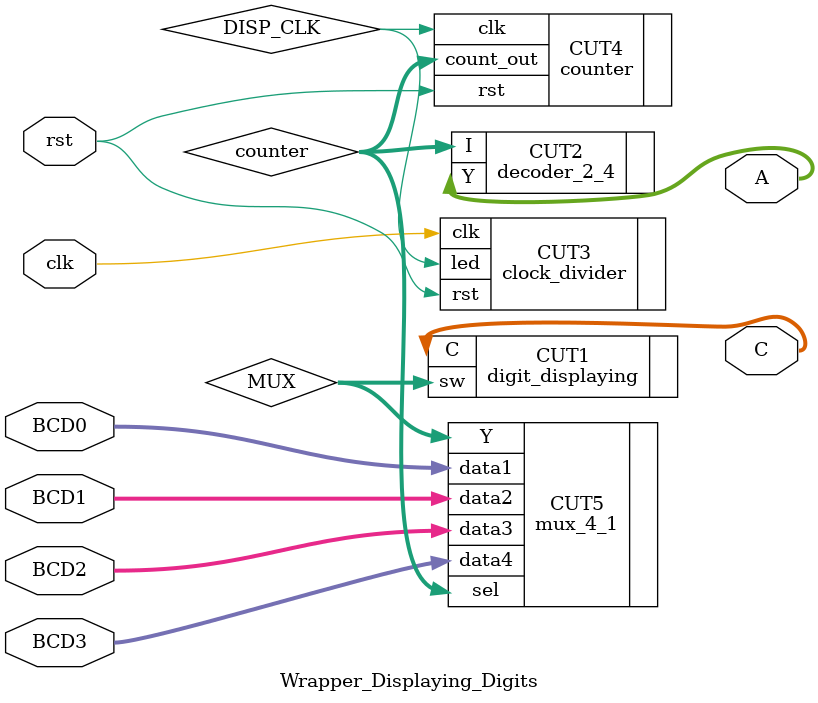
<source format=v>
`timescale 1ns / 1ps


module Wrapper_Displaying_Digits(

input clk, rst,
input [3:0] BCD0,
input [3:0] BCD1,
input [3:0] BCD2,
input [3:0] BCD3,
output [6:0] C,
output [3:0] A

    );
    
    wire [3:0]MUX;
    digit_displaying CUT1(
    
    .sw(MUX),
    .C(C)
    
    );
    
    wire [1:0]counter;
    decoder_2_4 CUT2(
    
    .I(counter),
    .Y(A)
    
    );
    
    wire DISP_CLK;  
    clock_divider CUT3(
    
    .clk(clk),
    .rst(rst),
    .led(DISP_CLK)
    
    );
    
    counter CUT4(
    
    .clk(DISP_CLK),
    .rst(rst),
    .count_out(counter)
    
    );
    
    mux_4_1 CUT5(
    
    .data1(BCD0),
    .data2(BCD1),
    .data3(BCD2),
    .data4(BCD3),
    .Y(MUX),
    .sel(counter)
    
    );
    
    
endmodule

</source>
